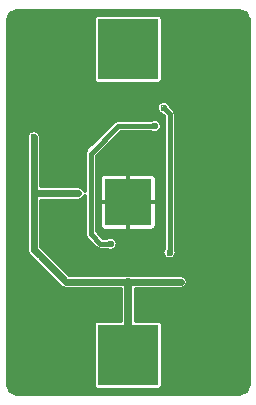
<source format=gbr>
G04 GENERATED BY PULSONIX 10.5 GERBER.DLL 7875A*
G04 #@! TF.GenerationSoftware,Pulsonix,Pulsonix,10.5.7875a*
G04 #@! TF.CreationDate,2019-10-01T10:17:34--1:00*
G04 #@! TF.Part,Single*
%FSLAX35Y35*%
%LPD*%
%MOMM*%
G04 #@! TF.FileFunction,Copper,L4,Bot*
G04 #@! TF.FilePolarity,Positive*
G04 #@! TA.AperFunction,Conductor*
%ADD13C,0.63500*%
%ADD18C,0.40640*%
G04 #@! TA.AperFunction,OtherCopper*
%ADD173C,0.30000*%
G04 #@! TA.AperFunction,ViaPad*
%ADD178C,0.60000X0.40000*%
G04 #@! TA.AperFunction,SMDPad*
%ADD1003R,5.20000X5.20000*%
%ADD1004R,4.00000X4.00000*%
G04 #@! TA.AperFunction,Conductor*
%ADD1068C,0.60960*%
X0Y0D02*
D02*
D13*
X1390000Y645000D02*
Y1265000D01*
D02*
D18*
X1615000Y2585000D02*
X1303750D01*
X1071250Y2352500*
Y1672500*
X1153750Y1590000*
X1240000*
X1690000Y2740000D02*
X1740000Y2690000D01*
Y1515000*
D02*
D173*
X370800Y3490000D02*
Y390000D01*
G75*
G03X440000Y320800I69200*
G01*
X2340000*
G75*
G03X2409200Y390000J69200*
G01*
Y3490000*
G75*
G03X2340000Y3559200I-69200*
G01*
X440000*
G75*
G03X370800Y3490000J-69200*
G01*
X1833750Y1325720D02*
G75*
G02X1894470Y1265000J-60720D01*
G01*
G75*
G02X1833750Y1204280I-60720*
G01*
X1451990*
Y935240*
X1650000*
G75*
G02X1680240Y905000J-30240*
G01*
Y385000*
G75*
G02X1650000Y354760I-30240*
G01*
X1130000*
G75*
G02X1099760Y385000J30240*
G01*
Y905000*
G75*
G02X1130000Y935240I30240*
G01*
X1328010*
Y1204280*
X865286*
G75*
G02X822064Y1222064I-286J60720*
G01*
X602119Y1442009*
G75*
G02X592002Y1452128I37881J47991*
G01*
X547277Y1496853*
G75*
G02X529280Y1540000I42723J43147*
G01*
Y2007846*
G75*
G02Y2022154I60720J7154*
G01*
Y2490000*
G75*
G02X650720I60720*
G01*
Y2075720*
X965000*
G75*
G02X1020690Y2039198J-60720*
G01*
Y2352500*
G75*
G02X1035650Y2388402I50560*
G01*
X1267848Y2620600*
G75*
G02X1303750Y2635560I35902J-35600*
G01*
X1582250*
G75*
G02X1675240Y2585000I32750J-50560*
G01*
G75*
G02X1582250Y2534440I-60240*
G01*
X1324692*
X1121810Y2331558*
Y1693442*
X1174692Y1640560*
X1207250*
G75*
G02X1300240Y1590000I32750J-50560*
G01*
G75*
G02X1207250Y1539440I-60240*
G01*
X1153750*
G75*
G02X1117848Y1554400J50560*
G01*
X1035650Y1636598*
G75*
G02X1020690Y1672500I35600J35902*
G01*
Y1990802*
G75*
G02X965000Y1954280I-55690J24198*
G01*
X650720*
Y1565150*
X677872Y1537998*
G75*
G02X687991Y1527881I-37872J-47998*
G01*
X890152Y1325720*
X1377417*
G75*
G02X1402583I12583J-60720*
G01*
X1833750*
X1590000Y2180400D02*
G75*
G02X1630400Y2140000J-40400D01*
G01*
Y1740000*
G75*
G02X1590000Y1699600I-40400*
G01*
X1190000*
G75*
G02X1149600Y1740000J40400*
G01*
Y2140000*
G75*
G02X1190000Y2180400I40400*
G01*
X1590000*
X1650000Y3525240D02*
G75*
G02X1680240Y3495000J-30240D01*
G01*
Y2975000*
G75*
G02X1650000Y2944760I-30240*
G01*
X1130000*
G75*
G02X1099760Y2975000J30240*
G01*
Y3495000*
G75*
G02X1130000Y3525240I30240*
G01*
X1650000*
X1790560Y1547750D02*
G75*
G02X1800240Y1515000I-50560J-32750D01*
G01*
G75*
G02X1679760I-60240*
G01*
G75*
G02X1689440Y1547750I60240*
G01*
Y2669058*
X1677407Y2681091*
G75*
G02X1629760Y2740000I12593J58909*
G01*
G75*
G02X1748909Y2752593I60240*
G01*
X1775600Y2725902*
G75*
G02X1790560Y2690000I-35600J-35902*
G01*
Y1547750*
X370800Y1500000D02*
G36*
Y390000D01*
G75*
G03X440000Y320800I69200*
G01*
X2340000*
G75*
G03X2409200Y390000J69200*
G01*
Y1500000*
X1798343*
G75*
G02X1681657I-58343J15000*
G01*
X715872*
X890152Y1325720*
X1377417*
G75*
G02X1402583I12583J-60720*
G01*
X1833750*
G75*
G02X1894470Y1265000J-60720*
G01*
G75*
G02X1833750Y1204280I-60720*
G01*
X1451990*
Y935240*
X1650000*
G75*
G02X1680240Y905000J-30240*
G01*
Y385000*
G75*
G02X1650000Y354760I-30240*
G01*
X1130000*
G75*
G02X1099760Y385000J30240*
G01*
Y905000*
G75*
G02X1130000Y935240I30240*
G01*
X1328010*
Y1204280*
X865286*
G75*
G02X822064Y1222064I-286J60720*
G01*
X602119Y1442009*
G75*
G02X592002Y1452128I37881J47991*
G01*
X547277Y1496853*
G75*
G02X544317Y1500000I42722J43149*
G01*
X370800*
G37*
Y1940000D02*
G36*
Y1500000D01*
X544317*
G75*
G02X529280Y1540000I45683J40000*
G01*
Y1940000*
X370800*
G37*
X650720D02*
G36*
Y1565150D01*
X677872Y1537998*
G75*
G02X687991Y1527881I-37872J-47998*
G01*
X715872Y1500000*
X1681657*
G75*
G02X1679760Y1515000I58343J14998*
G01*
G75*
G02X1689440Y1547750I60240*
G01*
Y1940000*
X1630400*
Y1740000*
G75*
G02X1590000Y1699600I-40400*
G01*
X1190000*
G75*
G02X1149600Y1740000J40400*
G01*
Y1940000*
X1121810*
Y1693442*
X1174692Y1640560*
X1207250*
G75*
G02X1300240Y1590000I32750J-50560*
G01*
G75*
G02X1207250Y1539440I-60240*
G01*
X1153750*
G75*
G02X1117848Y1554400J50560*
G01*
X1035650Y1636598*
G75*
G02X1020690Y1672500I35600J35902*
G01*
Y1940000*
X650720*
G37*
X1790560D02*
G36*
Y1547750D01*
G75*
G02X1800240Y1515000I-50560J-32750*
G01*
G75*
G02X1798343Y1500000I-60240J-2*
G01*
X2409200*
Y1940000*
X1790560*
G37*
X370800Y3235000D02*
G36*
Y1940000D01*
X529280*
Y2007846*
G75*
G02X528860Y2015000I60720J7154*
G01*
G75*
G02X529280Y2022154I61140*
G01*
Y2490000*
G75*
G02X650720I60720*
G01*
Y2075720*
X965000*
G75*
G02X1020690Y2039198J-60720*
G01*
Y2352500*
G75*
G02X1035650Y2388402I50560*
G01*
X1267848Y2620600*
G75*
G02X1303750Y2635560I35902J-35600*
G01*
X1582250*
G75*
G02X1675240Y2585000I32750J-50560*
G01*
G75*
G02X1582250Y2534440I-60240*
G01*
X1324692*
X1121810Y2331558*
Y1940000*
X1149600*
Y2140000*
G75*
G02X1190000Y2180400I40400*
G01*
X1590000*
G75*
G02X1630400Y2140000J-40400*
G01*
Y1940000*
X1689440*
Y2669058*
X1677407Y2681091*
G75*
G02X1629760Y2740000I12593J58909*
G01*
G75*
G02X1748909Y2752593I60240*
G01*
X1775600Y2725902*
G75*
G02X1790560Y2690000I-35600J-35902*
G01*
Y1940000*
X2409200*
Y3235000*
X1680240*
Y2975000*
G75*
G02X1650000Y2944760I-30240*
G01*
X1130000*
G75*
G02X1099760Y2975000J30240*
G01*
Y3235000*
X370800*
G37*
X650720Y1954280D02*
G36*
Y1940000D01*
X1020690*
Y1990802*
G75*
G02X965000Y1954280I-55690J24198*
G01*
X650720*
G37*
X370800Y3490000D02*
G36*
Y3235000D01*
X1099760*
Y3495000*
G75*
G02X1130000Y3525240I30240*
G01*
X1650000*
G75*
G02X1680240Y3495000J-30240*
G01*
Y3235000*
X2409200*
Y3490000*
G75*
G03X2340000Y3559200I-69200*
G01*
X440000*
G75*
G03X370800Y3490000J-69200*
G01*
G37*
X1205000Y1940000D02*
X1149600D01*
X1390000Y1755000D02*
Y1699600D01*
Y2125000D02*
Y2180400D01*
X1575000Y1940000D02*
X1630400D01*
D02*
D178*
X440000Y390000D03*
Y565000D03*
Y3315000D03*
Y3490000D03*
X590000Y2490000D03*
X615000Y390000D03*
Y3490000D03*
X640000Y1490000D03*
X965000Y2015000D03*
X1240000Y1590000D03*
X1615000Y2585000D03*
X1690000Y2740000D03*
X1740000Y1515000D03*
X1833750Y1265000D03*
X2165000Y390000D03*
Y3490000D03*
X2340000Y390000D03*
Y565000D03*
Y3315000D03*
Y3490000D03*
D02*
D1003*
X1390000Y645000D03*
Y3235000D03*
D02*
D1004*
Y1940000D03*
D02*
D1068*
X590000Y2015000D02*
X965000D01*
X590000D02*
Y2490000D01*
X640000Y1490000D02*
X865000Y1265000D01*
X1390000*
X640000Y1490000D02*
X590000Y1540000D01*
Y2015000*
X1390000Y1265000D02*
X1833750D01*
X0Y0D02*
M02*

</source>
